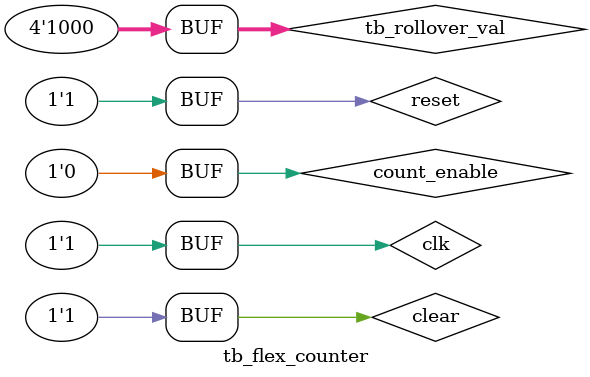
<source format=sv>

`timescale 1ns / 10ps

module tb_flex_counter
();
   
localparam CLK_PERIOD = 2.5;
localparam NUM_INPUT_BITS = 4;
localparam NUM_BITS = NUM_INPUT_BITS - 1;
      
reg clk;
reg reset;
reg count_enable;
reg clear;   
reg [NUM_BITS:0] tb_rollover_val;
reg [NUM_BITS:0] tb_count_out;    
reg flag;
     
always
begin : CLK_GEN
	clk = 1'b0;
	#(CLK_PERIOD/2);
        clk = 1'b1;
        #(CLK_PERIOD/2);
end
        
flex_counter DUT(.clk(clk), .n_rst(reset), .count_enable(count_enable), .clear(clear), .rollover_val(tb_rollover_val), .count_out(tb_count_out), .rollover_flag(flag));


initial 
begin
	clk = 0;
	reset = 1;
	clear = 1;
	count_enable = 1;
	tb_rollover_val = 2;

	#(CLK_PERIOD / 2);
	reset = 0;
	clear = 0;
	count_enable = 0;

	#(CLK_PERIOD * 3 / 2);
	reset = 1;

	#(CLK_PERIOD);
	count_enable = 1;

	#(CLK_PERIOD);
	clear = 1;

	#(CLK_PERIOD);
	clear = 0;

	#(CLK_PERIOD * 4);
	count_enable = 0;

	#(CLK_PERIOD);
	clear = 1;

	tb_rollover_val = 4;

	#(CLK_PERIOD);
	reset = 0;
	clear = 0;
	count_enable = 0;

	#(CLK_PERIOD * 3);
	reset = 1;

	#(CLK_PERIOD * 2);
	count_enable = 1;

	#(CLK_PERIOD * 2);
	clear = 1;

	#(CLK_PERIOD * 2);
	clear = 0;

	#(CLK_PERIOD * 8);
	count_enable = 0;

	#(CLK_PERIOD * 2);
	clear = 1;

	tb_rollover_val = 8;

	#(CLK_PERIOD * 2);
	reset = 0;
	clear = 0;
	count_enable = 0;

	#(CLK_PERIOD * 6);
	reset = 1;

	#(CLK_PERIOD * 4);
	count_enable = 1;

	#(CLK_PERIOD * 4);
	clear = 1;

	#(CLK_PERIOD * 4);
	clear = 0;

	#(CLK_PERIOD * 16);
	count_enable = 0;

	#(CLK_PERIOD * 4);
	clear = 1;      
      
end
        
endmodule
</source>
